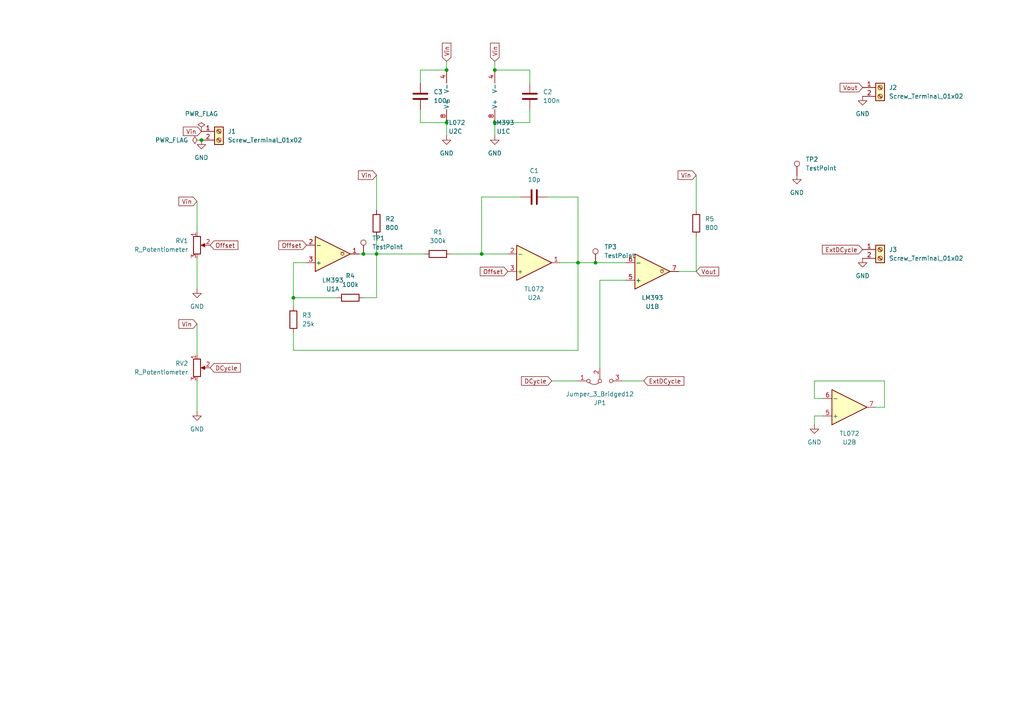
<source format=kicad_sch>
(kicad_sch (version 20250114) (generator "eeschema") (generator_version "9.0")
  (paper "A4")
  (lib_symbols
    (symbol "Amplifier_Operational:TL072" (pin_names (offset 0.127))
      (property "Reference" "U" (at 0 5.08 0))
      (property "Value" "TL072" (at 0 -5.08 0))
      (symbol "TL072_1_1"
        (polyline (pts (xy -5.08 5.08) (xy 5.08 0) (xy -5.08 -5.08) (xy -5.08 5.08)) (stroke (width 0.254)) (fill (type background)))
        (pin input line (at -7.62 2.54 0) (length 2.54) (name "+") (number "3"))
        (pin input line (at -7.62 -2.54 0) (length 2.54) (name "-") (number "2"))
        (pin output line (at 7.62 0 180) (length 2.54) (name "~") (number "1"))
      )
      (symbol "TL072_2_1"
        (polyline (pts (xy -5.08 5.08) (xy 5.08 0) (xy -5.08 -5.08) (xy -5.08 5.08)) (stroke (width 0.254)) (fill (type background)))
        (pin input line (at -7.62 2.54 0) (length 2.54) (name "+") (number "5"))
        (pin input line (at -7.62 -2.54 0) (length 2.54) (name "-") (number "6"))
        (pin output line (at 7.62 0 180) (length 2.54) (name "~") (number "7"))
      )
      (symbol "TL072_3_1"
        (pin power_in line (at -2.54 7.62 270) (length 3.81) (name "V+") (number "8"))
        (pin power_in line (at -2.54 -7.62 90) (length 3.81) (name "V-") (number "4"))
      )
    )
    (symbol "Comparator:LM393" (pin_names (offset 0.127))
      (property "Reference" "U" (at 3.81 3.81 0))
      (property "Value" "LM393" (at 6.35 -3.81 0))
      (symbol "LM393_1_1"
        (polyline (pts (xy -5.08 5.08) (xy 5.08 0) (xy -5.08 -5.08) (xy -5.08 5.08)) (stroke (width 0.254)) (fill (type background)))
        (polyline (pts (xy 3.302 -0.508) (xy 2.794 -0.508) (xy 3.302 0) (xy 2.794 0.508) (xy 2.286 0) (xy 2.794 -0.508) (xy 2.286 -0.508)) (stroke (width 0.127)))
        (pin input line (at -7.62 2.54 0) (length 2.54) (name "+") (number "3"))
        (pin input line (at -7.62 -2.54 0) (length 2.54) (name "-") (number "2"))
        (pin open_collector line (at 7.62 0 180) (length 2.54) (name "~") (number "1"))
      )
      (symbol "LM393_2_1"
        (polyline (pts (xy -5.08 5.08) (xy 5.08 0) (xy -5.08 -5.08) (xy -5.08 5.08)) (stroke (width 0.254)) (fill (type background)))
        (polyline (pts (xy 3.302 -0.508) (xy 2.794 -0.508) (xy 3.302 0) (xy 2.794 0.508) (xy 2.286 0) (xy 2.794 -0.508) (xy 2.286 -0.508)) (stroke (width 0.127)))
        (pin input line (at -7.62 2.54 0) (length 2.54) (name "+") (number "5"))
        (pin input line (at -7.62 -2.54 0) (length 2.54) (name "-") (number "6"))
        (pin open_collector line (at 7.62 0 180) (length 2.54) (name "~") (number "7"))
      )
      (symbol "LM393_3_1"
        (pin power_in line (at -2.54 7.62 270) (length 3.81) (name "V+") (number "8"))
        (pin power_in line (at -2.54 -7.62 90) (length 3.81) (name "V-") (number "4"))
      )
    )
    (symbol "Connector:Screw_Terminal_01x02" (pin_names (offset 1.016) (hide yes))
      (property "Reference" "J" (at 0 2.54 0))
      (property "Value" "Screw_Terminal_01x02" (at 0 -5.08 0))
      (symbol "Screw_Terminal_01x02_1_1"
        (rectangle (start -1.27 1.27) (end 1.27 -3.81) (stroke (width 0.254)) (fill (type background)))
        (polyline (pts (xy -0.5334 0.3302) (xy 0.3302 -0.508)) (stroke (width 0.1524)))
        (polyline (pts (xy -0.5334 -2.2098) (xy 0.3302 -3.048)) (stroke (width 0.1524)))
        (polyline (pts (xy -0.3556 0.508) (xy 0.508 -0.3302)) (stroke (width 0.1524)))
        (polyline (pts (xy -0.3556 -2.032) (xy 0.508 -2.8702)) (stroke (width 0.1524)))
        (circle (center 0 0) (radius 0.635) (stroke (width 0.1524)))
        (circle (center 0 -2.54) (radius 0.635) (stroke (width 0.1524)))
        (pin passive line (at -5.08 0 0) (length 3.81) (name "Pin_1") (number "1"))
        (pin passive line (at -5.08 -2.54 0) (length 3.81) (name "Pin_2") (number "2"))
      )
    )
    (symbol "Connector:TestPoint" (pin_numbers (hide yes)) (pin_names (offset 0.762) (hide yes))
      (property "Reference" "TP" (at 0 6.858 0))
      (property "Value" "TestPoint" (at 0 5.08 0))
      (symbol "TestPoint_0_1"
        (circle (center 0 3.302) (radius 0.762))
      )
      (symbol "TestPoint_1_1"
        (pin passive line (at 0 0 90) (length 2.54) (name "1") (number "1"))
      )
    )
    (symbol "Device:C" (pin_numbers (hide yes)) (pin_names (offset 0.254))
      (property "Reference" "C" (at 0.635 2.54 0))
      (property "Value" "C" (at 0.635 -2.54 0))
      (symbol "C_0_1"
        (polyline (pts (xy -2.032 0.762) (xy 2.032 0.762)) (stroke (width 0.508)))
        (polyline (pts (xy -2.032 -0.762) (xy 2.032 -0.762)) (stroke (width 0.508)))
      )
      (symbol "C_1_1"
        (pin passive line (at 0 3.81 270) (length 2.794) (name "~") (number "1"))
        (pin passive line (at 0 -3.81 90) (length 2.794) (name "~") (number "2"))
      )
    )
    (symbol "Device:R" (pin_numbers (hide yes)) (pin_names (offset 0))
      (property "Reference" "R" (at 2.032 0 90))
      (property "Value" "R" (at 0 0 90))
      (symbol "R_0_1"
        (rectangle (start -1.016 -2.54) (end 1.016 2.54) (stroke (width 0.254)))
      )
      (symbol "R_1_1"
        (pin passive line (at 0 3.81 270) (length 1.27) (name "~") (number "1"))
        (pin passive line (at 0 -3.81 90) (length 1.27) (name "~") (number "2"))
      )
    )
    (symbol "Device:R_Potentiometer" (pin_names (offset 1.016) (hide yes))
      (property "Reference" "RV" (at -4.445 0 90))
      (property "Value" "R_Potentiometer" (at -2.54 0 90))
      (symbol "R_Potentiometer_0_1"
        (rectangle (start 1.016 2.54) (end -1.016 -2.54) (stroke (width 0.254)))
        (polyline (pts (xy 1.143 0) (xy 2.286 0.508) (xy 2.286 -0.508) (xy 1.143 0)) (fill (type outline)))
        (polyline (pts (xy 2.54 0) (xy 1.524 0)))
      )
      (symbol "R_Potentiometer_1_1"
        (pin passive line (at 0 3.81 270) (length 1.27) (name "1") (number "1"))
        (pin passive line (at 0 -3.81 90) (length 1.27) (name "3") (number "3"))
        (pin passive line (at 3.81 0 180) (length 1.27) (name "2") (number "2"))
      )
    )
    (symbol "Jumper:Jumper_3_Bridged12" (pin_names (offset 0) (hide yes)) (in_bom no)
      (property "Reference" "JP" (at -2.54 -2.54 0))
      (property "Value" "Jumper_3_Bridged12" (at 0 2.794 0))
      (symbol "Jumper_3_Bridged12_0_0"
        (circle (center -3.302 0) (radius 0.508))
        (circle (center 0 0) (radius 0.508))
        (circle (center 3.302 0) (radius 0.508))
      )
      (symbol "Jumper_3_Bridged12_0_1"
        (arc (start -3.048 0.508) (mid -1.651 0.9912) (end -0.254 0.508))
        (polyline (pts (xy 0 -1.27) (xy 0 -0.508)))
      )
      (symbol "Jumper_3_Bridged12_1_1"
        (pin passive line (at -6.35 0 0) (length 2.54) (name "A") (number "1"))
        (pin passive line (at 0 -3.81 90) (length 2.54) (name "C") (number "2"))
        (pin passive line (at 6.35 0 180) (length 2.54) (name "B") (number "3"))
      )
    )
    (symbol "power:GND" (power) (pin_numbers (hide yes)) (pin_names (offset 0) (hide yes))
      (property "Value" "GND" (at 0 -3.81 0))
      (symbol "GND_0_1"
        (polyline (pts (xy 0 0) (xy 0 -1.27) (xy 1.27 -1.27) (xy 0 -2.54) (xy -1.27 -1.27) (xy 0 -1.27)))
      )
      (symbol "GND_1_1"
        (pin power_in line (at 0 0 270) (length 0) (name "~") (number "1"))
      )
    )
    (symbol "power:PWR_FLAG" (power) (pin_numbers (hide yes)) (pin_names (offset 0) (hide yes))
      (property "Value" "PWR_FLAG" (at 0 3.81 0))
      (symbol "PWR_FLAG_0_0"
        (pin power_out line (at 0 0 90) (length 0) (name "~") (number "1"))
      )
      (symbol "PWR_FLAG_0_1"
        (polyline (pts (xy 0 0) (xy 0 1.27) (xy -1.016 1.905) (xy 0 2.54) (xy 1.016 1.905) (xy 0 1.27)))
      )
    )
  )
  (junction (at 172.72 76.2))
  (junction (at 167.64 76.2))
  (junction (at 139.7 73.66))
  (junction (at 143.51 20.32))
  (junction (at 105.41 73.66))
  (junction (at 58.42 40.64))
  (junction (at 129.54 20.32))
  (junction (at 109.22 73.66))
  (junction (at 85.09 86.36))
  (junction (at 143.51 35.56))
  (junction (at 129.54 35.56))
  (wire (pts (xy 167.64 76.2) (xy 162.56 76.2)))
  (wire (pts (xy 109.22 68.58) (xy 109.22 73.66)))
  (wire (pts (xy 121.92 35.56) (xy 129.54 35.56)))
  (wire (pts (xy 85.09 76.2) (xy 88.9 76.2)))
  (wire (pts (xy 109.22 86.36) (xy 105.41 86.36)))
  (wire (pts (xy 236.22 115.57) (xy 236.22 110.49)))
  (wire (pts (xy 130.81 73.66) (xy 139.7 73.66)))
  (wire (pts (xy 153.67 31.75) (xy 153.67 35.56)))
  (wire (pts (xy 139.7 73.66) (xy 139.7 57.15)))
  (wire (pts (xy 57.15 74.93) (xy 57.15 83.82)))
  (wire (pts (xy 121.92 24.13) (xy 121.92 20.32)))
  (wire (pts (xy 238.76 115.57) (xy 236.22 115.57)))
  (wire (pts (xy 129.54 39.37) (xy 129.54 35.56)))
  (wire (pts (xy 85.09 86.36) (xy 85.09 88.9)))
  (wire (pts (xy 97.79 86.36) (xy 85.09 86.36)))
  (wire (pts (xy 139.7 73.66) (xy 147.32 73.66)))
  (wire (pts (xy 256.54 110.49) (xy 256.54 118.11)))
  (wire (pts (xy 109.22 73.66) (xy 123.19 73.66)))
  (wire (pts (xy 158.75 57.15) (xy 167.64 57.15)))
  (wire (pts (xy 167.64 57.15) (xy 167.64 76.2)))
  (wire (pts (xy 57.15 110.49) (xy 57.15 119.38)))
  (wire (pts (xy 85.09 96.52) (xy 85.09 101.6)))
  (wire (pts (xy 167.64 76.2) (xy 167.64 101.6)))
  (wire (pts (xy 143.51 17.78) (xy 143.51 20.32)))
  (wire (pts (xy 238.76 120.65) (xy 236.22 120.65)))
  (wire (pts (xy 173.99 81.28) (xy 173.99 106.68)))
  (wire (pts (xy 236.22 120.65) (xy 236.22 123.19)))
  (wire (pts (xy 153.67 24.13) (xy 153.67 20.32)))
  (wire (pts (xy 139.7 57.15) (xy 151.13 57.15)))
  (wire (pts (xy 180.34 110.49) (xy 186.69 110.49)))
  (wire (pts (xy 236.22 110.49) (xy 256.54 110.49)))
  (wire (pts (xy 160.02 110.49) (xy 167.64 110.49)))
  (wire (pts (xy 57.15 58.42) (xy 57.15 67.31)))
  (wire (pts (xy 173.99 81.28) (xy 181.61 81.28)))
  (wire (pts (xy 143.51 35.56) (xy 153.67 35.56)))
  (wire (pts (xy 196.85 78.74) (xy 201.93 78.74)))
  (wire (pts (xy 121.92 20.32) (xy 129.54 20.32)))
  (wire (pts (xy 109.22 50.8) (xy 109.22 60.96)))
  (wire (pts (xy 109.22 73.66) (xy 109.22 86.36)))
  (wire (pts (xy 85.09 101.6) (xy 167.64 101.6)))
  (wire (pts (xy 85.09 86.36) (xy 85.09 76.2)))
  (wire (pts (xy 104.14 73.66) (xy 105.41 73.66)))
  (wire (pts (xy 143.51 39.37) (xy 143.51 35.56)))
  (wire (pts (xy 57.15 93.98) (xy 57.15 102.87)))
  (wire (pts (xy 105.41 73.66) (xy 109.22 73.66)))
  (wire (pts (xy 172.72 76.2) (xy 181.61 76.2)))
  (wire (pts (xy 201.93 50.8) (xy 201.93 60.96)))
  (wire (pts (xy 129.54 17.78) (xy 129.54 20.32)))
  (wire (pts (xy 201.93 78.74) (xy 201.93 68.58)))
  (wire (pts (xy 167.64 76.2) (xy 172.72 76.2)))
  (wire (pts (xy 121.92 31.75) (xy 121.92 35.56)))
  (wire (pts (xy 256.54 118.11) (xy 254 118.11)))
  (wire (pts (xy 143.51 20.32) (xy 153.67 20.32)))
  (global_label "DCycle" (shape input) (at 160.02 110.49 180) (property "Intersheetrefs" "${INTERSHEET_REFS}" (effects (hide yes))))
  (global_label "DCycle" (shape input) (at 60.96 106.68 0) (property "Intersheetrefs" "${INTERSHEET_REFS}" (effects (hide yes))))
  (global_label "Vout" (shape input) (at 201.93 78.74 0) (property "Intersheetrefs" "${INTERSHEET_REFS}" (effects (hide yes))))
  (global_label "Vin" (shape input) (at 129.54 17.78 90) (property "Intersheetrefs" "${INTERSHEET_REFS}" (effects (hide yes))))
  (global_label "Vin" (shape input) (at 57.15 58.42 180) (property "Intersheetrefs" "${INTERSHEET_REFS}" (effects (hide yes))))
  (global_label "Vin" (shape input) (at 57.15 93.98 180) (property "Intersheetrefs" "${INTERSHEET_REFS}" (effects (hide yes))))
  (global_label "ExtDCycle" (shape input) (at 186.69 110.49 0) (property "Intersheetrefs" "${INTERSHEET_REFS}" (effects (hide yes))))
  (global_label "Vin" (shape input) (at 201.93 50.8 180) (property "Intersheetrefs" "${INTERSHEET_REFS}" (effects (hide yes))))
  (global_label "Offset" (shape input) (at 88.9 71.12 180) (property "Intersheetrefs" "${INTERSHEET_REFS}" (effects (hide yes))))
  (global_label "Vin" (shape input) (at 58.42 38.1 180) (property "Intersheetrefs" "${INTERSHEET_REFS}" (effects (hide yes))))
  (global_label "ExtDCycle" (shape input) (at 250.19 72.39 180) (property "Intersheetrefs" "${INTERSHEET_REFS}" (effects (hide yes))))
  (global_label "Offset" (shape input) (at 147.32 78.74 180) (property "Intersheetrefs" "${INTERSHEET_REFS}" (effects (hide yes))))
  (global_label "Vin" (shape input) (at 143.51 17.78 90) (property "Intersheetrefs" "${INTERSHEET_REFS}" (effects (hide yes))))
  (global_label "Offset" (shape input) (at 60.96 71.12 0) (property "Intersheetrefs" "${INTERSHEET_REFS}" (effects (hide yes))))
  (global_label "Vin" (shape input) (at 109.22 50.8 180) (property "Intersheetrefs" "${INTERSHEET_REFS}" (effects (hide yes))))
  (global_label "Vout" (shape input) (at 250.19 25.4 180) (property "Intersheetrefs" "${INTERSHEET_REFS}" (effects (hide yes))))
  (symbol (lib_id "Device:R") (at 127 73.66 270) (unit 1)
    (property "Reference" "R1" (at 127 67.31 90))
    (property "Value" "300k" (at 127 69.85 90))
    (property "Footprint" "Resistor_THT:R_Axial_DIN0207_L6.3mm_D2.5mm_P10.16mm_Horizontal" (effects (hide yes)))
    (property "Description" "Resistor" (effects (hide yes)))
  )
  (symbol (lib_id "Comparator:LM393") (at 146.05 27.94 0) (mirror x) (unit 3)
    (property "Reference" "U1" (at 146.05 38.1 0))
    (property "Value" "LM393" (at 146.05 35.56 0))
    (property "Footprint" "Package_DIP:DIP-8_W7.62mm_LongPads" (effects (hide yes)))
    (property "Datasheet" "http://www.ti.com/lit/ds/symlink/lm393.pdf" (effects (hide yes)))
    (property "Description" "Low-Power, Low-Offset Voltage, Dual Comparators, DIP-8/SOIC-8/TO-99-8" (effects (hide yes)))
  )
  (symbol (lib_id "power:GND") (at 236.22 123.19 0) (unit 1)
    (property "Reference" "#PWR09" (effects (hide yes)))
    (property "Value" "GND" (at 236.22 128.27 0))
    (property "Description" "Power symbol creates a global label with name \"GND\" , ground" (effects (hide yes)))
  )
  (symbol (lib_id "power:PWR_FLAG") (at 58.42 40.64 90) (unit 1)
    (property "Reference" "#FLG01" (effects (hide yes)))
    (property "Value" "PWR_FLAG" (at 54.61 40.6399 90) (effects (justify left)))
    (property "Description" "Special symbol for telling ERC where power comes from" (effects (hide yes)))
  )
  (symbol (lib_id "power:GND") (at 250.19 74.93 0) (unit 1)
    (property "Reference" "#PWR06" (effects (hide yes)))
    (property "Value" "GND" (at 250.19 80.01 0))
    (property "Description" "Power symbol creates a global label with name \"GND\" , ground" (effects (hide yes)))
  )
  (symbol (lib_id "Device:R_Potentiometer") (at 57.15 106.68 0) (unit 1)
    (property "Reference" "RV2" (at 54.61 105.4099 0) (effects (justify right)))
    (property "Value" "R_Potentiometer" (at 54.61 107.9499 0) (effects (justify right)))
    (property "Footprint" "Potentiometer_THT:Potentiometer_Bourns_3266Y_Vertical" (effects (hide yes)))
    (property "Description" "Potentiometer" (effects (hide yes)))
  )
  (symbol (lib_id "Amplifier_Operational:TL072") (at 132.08 27.94 0) (mirror x) (unit 3)
    (property "Reference" "U2" (at 132.08 38.1 0))
    (property "Value" "TL072" (at 132.08 35.56 0))
    (property "Footprint" "Package_DIP:DIP-8_W7.62mm_LongPads" (effects (hide yes)))
    (property "Datasheet" "http://www.ti.com/lit/ds/symlink/tl071.pdf" (effects (hide yes)))
    (property "Description" "Dual Low-Noise JFET-Input Operational Amplifiers, DIP-8/SOIC-8" (effects (hide yes)))
  )
  (symbol (lib_id "power:GND") (at 58.42 40.64 0) (unit 1)
    (property "Reference" "#PWR01" (effects (hide yes)))
    (property "Value" "GND" (at 58.42 45.72 0))
    (property "Description" "Power symbol creates a global label with name \"GND\" , ground" (effects (hide yes)))
  )
  (symbol (lib_id "power:GND") (at 57.15 83.82 0) (unit 1)
    (property "Reference" "#PWR02" (effects (hide yes)))
    (property "Value" "GND" (at 57.15 88.9 0))
    (property "Description" "Power symbol creates a global label with name \"GND\" , ground" (effects (hide yes)))
  )
  (symbol (lib_id "Connector:TestPoint") (at 231.14 50.8 0) (unit 1)
    (property "Reference" "TP2" (at 233.68 46.2279 0) (effects (justify left)))
    (property "Value" "TestPoint" (at 233.68 48.7679 0) (effects (justify left)))
    (property "Footprint" "TestPoint:TestPoint_Loop_D2.54mm_Drill1.5mm_Beaded" (effects (hide yes)))
    (property "Description" "test point" (effects (hide yes)))
  )
  (symbol (lib_id "Amplifier_Operational:TL072") (at 246.38 118.11 0) (mirror x) (unit 2)
    (property "Reference" "U2" (at 246.38 128.27 0))
    (property "Value" "TL072" (at 246.38 125.73 0))
    (property "Footprint" "Package_DIP:DIP-8_W7.62mm_LongPads" (effects (hide yes)))
    (property "Datasheet" "http://www.ti.com/lit/ds/symlink/tl071.pdf" (effects (hide yes)))
    (property "Description" "Dual Low-Noise JFET-Input Operational Amplifiers, DIP-8/SOIC-8" (effects (hide yes)))
  )
  (symbol (lib_id "Device:R") (at 109.22 64.77 0) (unit 1)
    (property "Reference" "R2" (at 111.76 63.4999 0) (effects (justify left)))
    (property "Value" "800" (at 111.76 66.0399 0) (effects (justify left)))
    (property "Footprint" "Resistor_THT:R_Axial_DIN0207_L6.3mm_D2.5mm_P10.16mm_Horizontal" (effects (hide yes)))
    (property "Description" "Resistor" (effects (hide yes)))
  )
  (symbol (lib_id "power:GND") (at 57.15 119.38 0) (unit 1)
    (property "Reference" "#PWR05" (effects (hide yes)))
    (property "Value" "GND" (at 57.15 124.46 0))
    (property "Description" "Power symbol creates a global label with name \"GND\" , ground" (effects (hide yes)))
  )
  (symbol (lib_id "Connector:Screw_Terminal_01x02") (at 63.5 38.1 0) (unit 1)
    (property "Reference" "J1" (at 66.04 38.0999 0) (effects (justify left)))
    (property "Value" "Screw_Terminal_01x02" (at 66.04 40.6399 0) (effects (justify left)))
    (property "Footprint" "Connector_Samtec_HPM_THT:Samtec_HPM-02-01-x-S_Straight_1x02_Pitch5.08mm" (effects (hide yes)))
    (property "Description" "Generic screw terminal, single row, 01x02, script generated (kicad-library-utils/schlib/autogen/connector/)" (effects (hide yes)))
  )
  (symbol (lib_id "power:GND") (at 143.51 39.37 0) (unit 1)
    (property "Reference" "#PWR08" (effects (hide yes)))
    (property "Value" "GND" (at 143.51 44.45 0))
    (property "Description" "Power symbol creates a global label with name \"GND\" , ground" (effects (hide yes)))
  )
  (symbol (lib_id "Connector:Screw_Terminal_01x02") (at 255.27 25.4 0) (unit 1)
    (property "Reference" "J2" (at 257.81 25.3999 0) (effects (justify left)))
    (property "Value" "Screw_Terminal_01x02" (at 257.81 27.9399 0) (effects (justify left)))
    (property "Footprint" "Connector_Samtec_HPM_THT:Samtec_HPM-02-01-x-S_Straight_1x02_Pitch5.08mm" (effects (hide yes)))
    (property "Description" "Generic screw terminal, single row, 01x02, script generated (kicad-library-utils/schlib/autogen/connector/)" (effects (hide yes)))
  )
  (symbol (lib_id "Device:R") (at 201.93 64.77 0) (unit 1)
    (property "Reference" "R5" (at 204.47 63.4999 0) (effects (justify left)))
    (property "Value" "800" (at 204.47 66.0399 0) (effects (justify left)))
    (property "Footprint" "Resistor_THT:R_Axial_DIN0207_L6.3mm_D2.5mm_P10.16mm_Horizontal" (effects (hide yes)))
    (property "Description" "Resistor" (effects (hide yes)))
  )
  (symbol (lib_id "Device:R") (at 85.09 92.71 0) (unit 1)
    (property "Reference" "R3" (at 87.63 91.4399 0) (effects (justify left)))
    (property "Value" "25k" (at 87.63 93.9799 0) (effects (justify left)))
    (property "Footprint" "Resistor_THT:R_Axial_DIN0207_L6.3mm_D2.5mm_P10.16mm_Horizontal" (effects (hide yes)))
    (property "Description" "Resistor" (effects (hide yes)))
  )
  (symbol (lib_id "Connector:TestPoint") (at 172.72 76.2 0) (unit 1)
    (property "Reference" "TP3" (at 175.26 71.6279 0) (effects (justify left)))
    (property "Value" "TestPoint" (at 175.26 74.1679 0) (effects (justify left)))
    (property "Footprint" "TestPoint:TestPoint_Loop_D2.54mm_Drill1.5mm_Beaded" (effects (hide yes)))
    (property "Description" "test point" (effects (hide yes)))
  )
  (symbol (lib_id "Amplifier_Operational:TL072") (at 154.94 76.2 0) (mirror x) (unit 1)
    (property "Reference" "U2" (at 154.94 86.36 0))
    (property "Value" "TL072" (at 154.94 83.82 0))
    (property "Footprint" "Package_DIP:DIP-8_W7.62mm_LongPads" (effects (hide yes)))
    (property "Datasheet" "http://www.ti.com/lit/ds/symlink/tl071.pdf" (effects (hide yes)))
    (property "Description" "Dual Low-Noise JFET-Input Operational Amplifiers, DIP-8/SOIC-8" (effects (hide yes)))
  )
  (symbol (lib_id "Connector:TestPoint") (at 105.41 73.66 0) (unit 1)
    (property "Reference" "TP1" (at 107.95 69.0879 0) (effects (justify left)))
    (property "Value" "TestPoint" (at 107.95 71.6279 0) (effects (justify left)))
    (property "Footprint" "TestPoint:TestPoint_Loop_D2.54mm_Drill1.5mm_Beaded" (effects (hide yes)))
    (property "Description" "test point" (effects (hide yes)))
  )
  (symbol (lib_id "power:GND") (at 250.19 27.94 0) (unit 1)
    (property "Reference" "#PWR03" (effects (hide yes)))
    (property "Value" "GND" (at 250.19 33.02 0))
    (property "Description" "Power symbol creates a global label with name \"GND\" , ground" (effects (hide yes)))
  )
  (symbol (lib_id "Connector:Screw_Terminal_01x02") (at 255.27 72.39 0) (unit 1)
    (property "Reference" "J3" (at 257.81 72.3899 0) (effects (justify left)))
    (property "Value" "Screw_Terminal_01x02" (at 257.81 74.9299 0) (effects (justify left)))
    (property "Footprint" "Connector_Samtec_HPM_THT:Samtec_HPM-02-01-x-S_Straight_1x02_Pitch5.08mm" (effects (hide yes)))
    (property "Description" "Generic screw terminal, single row, 01x02, script generated (kicad-library-utils/schlib/autogen/connector/)" (effects (hide yes)))
  )
  (symbol (lib_id "Comparator:LM393") (at 189.23 78.74 0) (mirror x) (unit 2)
    (property "Reference" "U1" (at 189.23 88.9 0))
    (property "Value" "LM393" (at 189.23 86.36 0))
    (property "Footprint" "Package_DIP:DIP-8_W7.62mm_LongPads" (effects (hide yes)))
    (property "Datasheet" "http://www.ti.com/lit/ds/symlink/lm393.pdf" (effects (hide yes)))
    (property "Description" "Low-Power, Low-Offset Voltage, Dual Comparators, DIP-8/SOIC-8/TO-99-8" (effects (hide yes)))
  )
  (symbol (lib_id "Device:C") (at 153.67 27.94 180) (unit 1)
    (property "Reference" "C2" (at 157.48 26.6699 0) (effects (justify right)))
    (property "Value" "100n" (at 157.48 29.2099 0) (effects (justify right)))
    (property "Footprint" "Capacitor_THT:C_Disc_D4.3mm_W1.9mm_P5.00mm" (effects (hide yes)))
    (property "Description" "Unpolarized capacitor" (effects (hide yes)))
  )
  (symbol (lib_id "power:PWR_FLAG") (at 58.42 38.1 0) (unit 1)
    (property "Reference" "#FLG02" (effects (hide yes)))
    (property "Value" "PWR_FLAG" (at 58.42 33.02 0))
    (property "Description" "Special symbol for telling ERC where power comes from" (effects (hide yes)))
  )
  (symbol (lib_id "power:GND") (at 129.54 39.37 0) (unit 1)
    (property "Reference" "#PWR07" (effects (hide yes)))
    (property "Value" "GND" (at 129.54 44.45 0))
    (property "Description" "Power symbol creates a global label with name \"GND\" , ground" (effects (hide yes)))
  )
  (symbol (lib_id "power:GND") (at 231.14 50.8 0) (unit 1)
    (property "Reference" "#PWR04" (effects (hide yes)))
    (property "Value" "GND" (at 231.14 55.88 0))
    (property "Description" "Power symbol creates a global label with name \"GND\" , ground" (effects (hide yes)))
  )
  (symbol (lib_id "Device:C") (at 121.92 27.94 180) (unit 1)
    (property "Reference" "C3" (at 125.73 26.6699 0) (effects (justify right)))
    (property "Value" "100n" (at 125.73 29.2099 0) (effects (justify right)))
    (property "Footprint" "Capacitor_THT:C_Disc_D4.3mm_W1.9mm_P5.00mm" (effects (hide yes)))
    (property "Description" "Unpolarized capacitor" (effects (hide yes)))
  )
  (symbol (lib_id "Comparator:LM393") (at 96.52 73.66 0) (mirror x) (unit 1)
    (property "Reference" "U1" (at 96.52 83.82 0))
    (property "Value" "LM393" (at 96.52 81.28 0))
    (property "Footprint" "Package_DIP:DIP-8_W7.62mm_LongPads" (effects (hide yes)))
    (property "Datasheet" "http://www.ti.com/lit/ds/symlink/lm393.pdf" (effects (hide yes)))
    (property "Description" "Low-Power, Low-Offset Voltage, Dual Comparators, DIP-8/SOIC-8/TO-99-8" (effects (hide yes)))
  )
  (symbol (lib_id "Device:C") (at 154.94 57.15 270) (unit 1)
    (property "Reference" "C1" (at 154.94 49.53 90))
    (property "Value" "10p" (at 154.94 52.07 90))
    (property "Footprint" "Capacitor_THT:C_Disc_D4.3mm_W1.9mm_P5.00mm" (effects (hide yes)))
    (property "Description" "Unpolarized capacitor" (effects (hide yes)))
  )
  (symbol (lib_id "Jumper:Jumper_3_Bridged12") (at 173.99 110.49 0) (mirror x) (unit 1) (in_bom no)
    (property "Reference" "JP1" (at 173.99 116.84 0))
    (property "Value" "Jumper_3_Bridged12" (at 173.99 114.3 0))
    (property "Footprint" "Connector_PinHeader_2.54mm:PinHeader_1x03_P2.54mm_Vertical" (effects (hide yes)))
    (property "Description" "Jumper, 3-pole, pins 1+2 closed/bridged" (effects (hide yes)))
  )
  (symbol (lib_id "Device:R") (at 101.6 86.36 270) (unit 1)
    (property "Reference" "R4" (at 101.6 80.01 90))
    (property "Value" "100k" (at 101.6 82.55 90))
    (property "Footprint" "Resistor_THT:R_Axial_DIN0207_L6.3mm_D2.5mm_P10.16mm_Horizontal" (effects (hide yes)))
    (property "Description" "Resistor" (effects (hide yes)))
  )
  (symbol (lib_id "Device:R_Potentiometer") (at 57.15 71.12 0) (unit 1)
    (property "Reference" "RV1" (at 54.61 69.8499 0) (effects (justify right)))
    (property "Value" "R_Potentiometer" (at 54.61 72.3899 0) (effects (justify right)))
    (property "Footprint" "Potentiometer_THT:Potentiometer_Bourns_3266Y_Vertical" (effects (hide yes)))
    (property "Description" "Potentiometer" (effects (hide yes)))
  )
)
</source>
